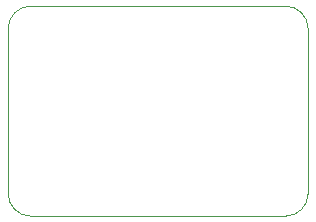
<source format=gm1>
%TF.GenerationSoftware,KiCad,Pcbnew,(6.0.10)*%
%TF.CreationDate,2023-01-14T14:38:52-05:00*%
%TF.ProjectId,AS5600-Breakout,41533536-3030-42d4-9272-65616b6f7574,rev?*%
%TF.SameCoordinates,Original*%
%TF.FileFunction,Profile,NP*%
%FSLAX46Y46*%
G04 Gerber Fmt 4.6, Leading zero omitted, Abs format (unit mm)*
G04 Created by KiCad (PCBNEW (6.0.10)) date 2023-01-14 14:38:52*
%MOMM*%
%LPD*%
G01*
G04 APERTURE LIST*
%TA.AperFunction,Profile*%
%ADD10C,0.100000*%
%TD*%
G04 APERTURE END LIST*
D10*
X135255000Y-93980000D02*
G75*
G03*
X137160000Y-92075000I0J1905000D01*
G01*
X111760000Y-92075000D02*
G75*
G03*
X113665000Y-93980000I1905000J0D01*
G01*
X137160000Y-78105000D02*
X137160000Y-92075000D01*
X137160000Y-78105000D02*
G75*
G03*
X135255000Y-76200000I-1905000J0D01*
G01*
X113665000Y-76200000D02*
X135255000Y-76200000D01*
X135255000Y-93980000D02*
X113665000Y-93980000D01*
X111760000Y-92075000D02*
X111760000Y-78105000D01*
X113665000Y-76200000D02*
G75*
G03*
X111760000Y-78105000I0J-1905000D01*
G01*
M02*

</source>
